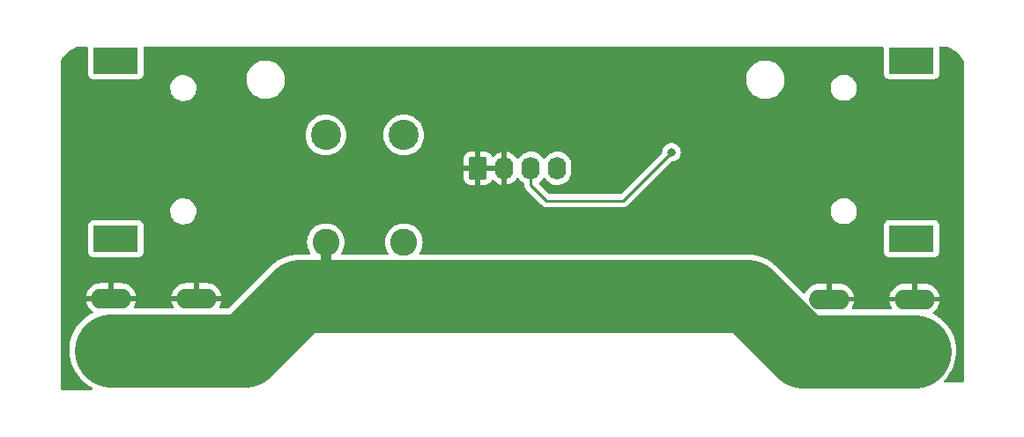
<source format=gbl>
G04 #@! TF.GenerationSoftware,KiCad,Pcbnew,7.0.9*
G04 #@! TF.CreationDate,2024-08-07T11:51:21-05:00*
G04 #@! TF.ProjectId,led_segment,6c65645f-7365-4676-9d65-6e742e6b6963,rev?*
G04 #@! TF.SameCoordinates,Original*
G04 #@! TF.FileFunction,Copper,L2,Bot*
G04 #@! TF.FilePolarity,Positive*
%FSLAX46Y46*%
G04 Gerber Fmt 4.6, Leading zero omitted, Abs format (unit mm)*
G04 Created by KiCad (PCBNEW 7.0.9) date 2024-08-07 11:51:21*
%MOMM*%
%LPD*%
G01*
G04 APERTURE LIST*
G04 Aperture macros list*
%AMRoundRect*
0 Rectangle with rounded corners*
0 $1 Rounding radius*
0 $2 $3 $4 $5 $6 $7 $8 $9 X,Y pos of 4 corners*
0 Add a 4 corners polygon primitive as box body*
4,1,4,$2,$3,$4,$5,$6,$7,$8,$9,$2,$3,0*
0 Add four circle primitives for the rounded corners*
1,1,$1+$1,$2,$3*
1,1,$1+$1,$4,$5*
1,1,$1+$1,$6,$7*
1,1,$1+$1,$8,$9*
0 Add four rect primitives between the rounded corners*
20,1,$1+$1,$2,$3,$4,$5,0*
20,1,$1+$1,$4,$5,$6,$7,0*
20,1,$1+$1,$6,$7,$8,$9,0*
20,1,$1+$1,$8,$9,$2,$3,0*%
G04 Aperture macros list end*
G04 #@! TA.AperFunction,ComponentPad*
%ADD10R,4.300000X2.550000*%
G04 #@! TD*
G04 #@! TA.AperFunction,ComponentPad*
%ADD11C,2.600000*%
G04 #@! TD*
G04 #@! TA.AperFunction,ComponentPad*
%ADD12C,2.900000*%
G04 #@! TD*
G04 #@! TA.AperFunction,ComponentPad*
%ADD13O,3.860800X1.930400*%
G04 #@! TD*
G04 #@! TA.AperFunction,ComponentPad*
%ADD14RoundRect,0.250000X-0.620000X-0.845000X0.620000X-0.845000X0.620000X0.845000X-0.620000X0.845000X0*%
G04 #@! TD*
G04 #@! TA.AperFunction,ComponentPad*
%ADD15O,1.740000X2.190000*%
G04 #@! TD*
G04 #@! TA.AperFunction,ViaPad*
%ADD16C,0.800000*%
G04 #@! TD*
G04 #@! TA.AperFunction,Conductor*
%ADD17C,0.250000*%
G04 #@! TD*
G04 #@! TA.AperFunction,Conductor*
%ADD18C,7.000000*%
G04 #@! TD*
G04 #@! TA.AperFunction,Conductor*
%ADD19C,1.000000*%
G04 #@! TD*
G04 APERTURE END LIST*
D10*
X224790000Y-138532000D03*
X224790000Y-121412000D03*
X148336000Y-121426000D03*
X148336000Y-138546000D03*
D11*
X176024000Y-138881000D03*
D12*
X176024000Y-128581000D03*
D11*
X168524000Y-138881000D03*
D12*
X168524000Y-128581000D03*
D13*
X156090000Y-149276000D03*
X147890000Y-149276000D03*
X156090000Y-144276000D03*
X147890000Y-144276000D03*
X216882000Y-144349984D03*
X225082000Y-144349984D03*
X216882000Y-149349984D03*
X225082000Y-149349984D03*
D14*
X183134000Y-131776500D03*
D15*
X185674000Y-131776500D03*
X188214000Y-131776500D03*
X190754000Y-131776500D03*
D16*
X204526000Y-137742000D03*
X201738000Y-130240000D03*
D17*
X188214000Y-133350000D02*
X188214000Y-131776500D01*
X189738000Y-134874000D02*
X188214000Y-133350000D01*
X197104000Y-134874000D02*
X189738000Y-134874000D01*
X201738000Y-130240000D02*
X197104000Y-134874000D01*
D18*
X216882000Y-149349984D02*
X225082000Y-149349984D01*
D19*
X168524000Y-141536957D02*
X165993957Y-144067000D01*
D18*
X160784957Y-149276000D02*
X165993957Y-144067000D01*
X209036227Y-144067000D02*
X214319211Y-149349984D01*
X147890000Y-149276000D02*
X156090000Y-149276000D01*
X214319211Y-149349984D02*
X216882000Y-149349984D01*
X165993957Y-144067000D02*
X209036227Y-144067000D01*
D19*
X168524000Y-138881000D02*
X168524000Y-141536957D01*
D18*
X156090000Y-149276000D02*
X160784957Y-149276000D01*
G04 #@! TA.AperFunction,Conductor*
G36*
X185094315Y-131621174D02*
G01*
X185073866Y-131776500D01*
X185094315Y-131931826D01*
X185133530Y-132026500D01*
X183674470Y-132026500D01*
X183713685Y-131931826D01*
X183734134Y-131776500D01*
X183713685Y-131621174D01*
X183674470Y-131526500D01*
X185133530Y-131526500D01*
X185094315Y-131621174D01*
G37*
G04 #@! TD.AperFunction*
G04 #@! TA.AperFunction,Conductor*
G36*
X145628539Y-120099685D02*
G01*
X145674294Y-120152489D01*
X145685500Y-120204000D01*
X145685500Y-122748870D01*
X145685501Y-122748876D01*
X145691908Y-122808483D01*
X145742202Y-122943328D01*
X145742206Y-122943335D01*
X145828452Y-123058544D01*
X145828455Y-123058547D01*
X145943664Y-123144793D01*
X145943671Y-123144797D01*
X146078517Y-123195091D01*
X146078516Y-123195091D01*
X146085444Y-123195835D01*
X146138127Y-123201500D01*
X150533872Y-123201499D01*
X150593483Y-123195091D01*
X150728331Y-123144796D01*
X150843546Y-123058546D01*
X150929796Y-122943331D01*
X150980091Y-122808483D01*
X150986500Y-122748873D01*
X150986499Y-120203999D01*
X151006184Y-120136961D01*
X151058987Y-120091206D01*
X151110499Y-120080000D01*
X222015500Y-120080000D01*
X222082539Y-120099685D01*
X222128294Y-120152489D01*
X222139500Y-120204000D01*
X222139500Y-122734870D01*
X222139501Y-122734876D01*
X222145908Y-122794483D01*
X222196202Y-122929328D01*
X222196206Y-122929335D01*
X222282452Y-123044544D01*
X222282455Y-123044547D01*
X222397664Y-123130793D01*
X222397671Y-123130797D01*
X222532517Y-123181091D01*
X222532516Y-123181091D01*
X222539444Y-123181835D01*
X222592127Y-123187500D01*
X226987872Y-123187499D01*
X227047483Y-123181091D01*
X227182331Y-123130796D01*
X227297546Y-123044546D01*
X227383796Y-122929331D01*
X227434091Y-122794483D01*
X227440500Y-122734873D01*
X227440499Y-120203999D01*
X227460184Y-120136961D01*
X227512987Y-120091206D01*
X227564499Y-120080000D01*
X228080341Y-120080000D01*
X228117224Y-120085613D01*
X228258465Y-120129625D01*
X228263696Y-120131520D01*
X228414376Y-120193933D01*
X228570988Y-120264419D01*
X228575535Y-120266694D01*
X228719746Y-120346397D01*
X228865779Y-120434676D01*
X228869517Y-120437128D01*
X229003564Y-120532239D01*
X229005923Y-120533999D01*
X229138742Y-120638055D01*
X229141792Y-120640607D01*
X229264588Y-120750345D01*
X229267097Y-120752716D01*
X229386281Y-120871900D01*
X229388653Y-120874410D01*
X229498387Y-120997202D01*
X229500943Y-121000256D01*
X229605007Y-121133085D01*
X229606766Y-121135444D01*
X229701841Y-121269439D01*
X229704336Y-121273243D01*
X229787116Y-121410176D01*
X229805000Y-121474327D01*
X229805000Y-152215084D01*
X229785315Y-152282123D01*
X229732511Y-152327878D01*
X229682089Y-152339079D01*
X228042853Y-152353479D01*
X227975643Y-152334384D01*
X227929426Y-152281984D01*
X227918876Y-152212916D01*
X227947341Y-152149108D01*
X227948791Y-152147435D01*
X227949386Y-152146760D01*
X227949390Y-152146757D01*
X228213610Y-151847359D01*
X228446706Y-151523142D01*
X228646363Y-151177326D01*
X228810595Y-150813350D01*
X228937771Y-150434830D01*
X229026627Y-150045528D01*
X229076279Y-149649314D01*
X229080383Y-149484763D01*
X229086234Y-149250140D01*
X229086234Y-149250125D01*
X229073483Y-149079975D01*
X229056393Y-148851928D01*
X228987053Y-148458681D01*
X228878903Y-148074292D01*
X228876237Y-148067500D01*
X228733023Y-147702594D01*
X228733018Y-147702582D01*
X228550847Y-147347245D01*
X228334201Y-147011811D01*
X228085233Y-146699615D01*
X227806418Y-146413760D01*
X227500526Y-146157086D01*
X227170598Y-145932145D01*
X227170597Y-145932144D01*
X226880382Y-145774102D01*
X226830920Y-145724752D01*
X226815991Y-145656496D01*
X226840334Y-145591004D01*
X226871864Y-145561393D01*
X226950230Y-145510194D01*
X226950237Y-145510189D01*
X227128873Y-145345741D01*
X227128882Y-145345731D01*
X227278018Y-145154122D01*
X227278024Y-145154113D01*
X227393586Y-144940571D01*
X227393592Y-144940557D01*
X227472434Y-144710903D01*
X227490943Y-144599984D01*
X225682728Y-144599984D01*
X225705100Y-144552441D01*
X225735873Y-144391122D01*
X225725561Y-144227218D01*
X225684220Y-144099984D01*
X227490942Y-144099984D01*
X227490942Y-144099983D01*
X227472434Y-143989064D01*
X227393592Y-143759410D01*
X227393586Y-143759396D01*
X227278024Y-143545854D01*
X227278018Y-143545845D01*
X227128882Y-143354236D01*
X227128873Y-143354226D01*
X226950237Y-143189778D01*
X226950226Y-143189770D01*
X226746949Y-143056962D01*
X226524577Y-142959422D01*
X226524578Y-142959422D01*
X226289194Y-142899814D01*
X226289183Y-142899812D01*
X226107804Y-142884784D01*
X225332000Y-142884784D01*
X225332000Y-143745673D01*
X225323183Y-143740826D01*
X225164114Y-143699984D01*
X225041106Y-143699984D01*
X224919067Y-143715401D01*
X224832000Y-143749873D01*
X224832000Y-142884784D01*
X224056196Y-142884784D01*
X223874816Y-142899812D01*
X223874805Y-142899814D01*
X223639421Y-142959422D01*
X223417050Y-143056962D01*
X223213773Y-143189770D01*
X223213762Y-143189778D01*
X223035126Y-143354226D01*
X223035117Y-143354236D01*
X222885981Y-143545845D01*
X222885975Y-143545854D01*
X222770413Y-143759396D01*
X222770407Y-143759410D01*
X222691565Y-143989064D01*
X222673057Y-144099983D01*
X222673058Y-144099984D01*
X224481272Y-144099984D01*
X224458900Y-144147527D01*
X224428127Y-144308846D01*
X224438439Y-144472750D01*
X224479780Y-144599984D01*
X222673057Y-144599984D01*
X222691565Y-144710903D01*
X222770407Y-144940557D01*
X222770413Y-144940571D01*
X222885975Y-145154113D01*
X222888290Y-145157655D01*
X222908482Y-145224543D01*
X222889307Y-145291730D01*
X222836852Y-145337884D01*
X222784486Y-145349484D01*
X219179514Y-145349484D01*
X219112475Y-145329799D01*
X219066720Y-145276995D01*
X219056776Y-145207837D01*
X219075710Y-145157655D01*
X219078024Y-145154113D01*
X219193586Y-144940571D01*
X219193592Y-144940557D01*
X219272434Y-144710903D01*
X219290943Y-144599984D01*
X217482728Y-144599984D01*
X217505100Y-144552441D01*
X217535873Y-144391122D01*
X217525561Y-144227218D01*
X217484220Y-144099984D01*
X219290942Y-144099984D01*
X219290942Y-144099983D01*
X219272434Y-143989064D01*
X219193592Y-143759410D01*
X219193586Y-143759396D01*
X219078024Y-143545854D01*
X219078018Y-143545845D01*
X218928882Y-143354236D01*
X218928873Y-143354226D01*
X218750237Y-143189778D01*
X218750226Y-143189770D01*
X218546949Y-143056962D01*
X218324577Y-142959422D01*
X218324578Y-142959422D01*
X218089194Y-142899814D01*
X218089183Y-142899812D01*
X217907804Y-142884784D01*
X217132000Y-142884784D01*
X217132000Y-143745673D01*
X217123183Y-143740826D01*
X216964114Y-143699984D01*
X216841106Y-143699984D01*
X216719067Y-143715401D01*
X216632000Y-143749873D01*
X216632000Y-142884784D01*
X215856196Y-142884784D01*
X215674816Y-142899812D01*
X215674805Y-142899814D01*
X215439421Y-142959422D01*
X215217050Y-143056962D01*
X215013773Y-143189770D01*
X215013762Y-143189778D01*
X214835126Y-143354226D01*
X214835117Y-143354236D01*
X214685981Y-143545845D01*
X214685975Y-143545854D01*
X214584870Y-143732682D01*
X214535651Y-143782273D01*
X214467434Y-143797381D01*
X214401878Y-143773211D01*
X214388138Y-143761349D01*
X211882665Y-141255877D01*
X211760645Y-141130776D01*
X211760644Y-141130775D01*
X211760642Y-141130773D01*
X211760634Y-141130766D01*
X211665002Y-141050522D01*
X211572449Y-140966768D01*
X211513716Y-140923420D01*
X211510681Y-140921030D01*
X211454750Y-140874099D01*
X211351589Y-140803765D01*
X211251172Y-140729655D01*
X211251170Y-140729653D01*
X211251161Y-140729647D01*
X211188387Y-140692353D01*
X211185152Y-140690291D01*
X211124825Y-140649161D01*
X211124822Y-140649159D01*
X211124820Y-140649158D01*
X211015186Y-140589455D01*
X210907866Y-140525696D01*
X210907867Y-140525696D01*
X210841698Y-140494841D01*
X210838248Y-140493100D01*
X210774139Y-140458188D01*
X210774132Y-140458185D01*
X210774128Y-140458183D01*
X210659109Y-140409699D01*
X210545965Y-140356939D01*
X210545961Y-140356937D01*
X210545955Y-140356935D01*
X210545948Y-140356932D01*
X210477054Y-140332825D01*
X210473464Y-140331442D01*
X210434674Y-140315091D01*
X210406188Y-140303083D01*
X210406184Y-140303082D01*
X210406185Y-140303082D01*
X210406182Y-140303081D01*
X210286878Y-140266280D01*
X210169056Y-140225053D01*
X210169055Y-140225052D01*
X210169050Y-140225051D01*
X210098096Y-140207922D01*
X210094371Y-140206899D01*
X210058706Y-140195898D01*
X210024609Y-140185381D01*
X210024602Y-140185379D01*
X210024597Y-140185378D01*
X210024587Y-140185375D01*
X209902245Y-140160644D01*
X209780888Y-140131349D01*
X209708560Y-140121368D01*
X209704750Y-140120720D01*
X209662569Y-140112193D01*
X209633213Y-140106259D01*
X209633210Y-140106258D01*
X209633207Y-140106258D01*
X209509001Y-140093829D01*
X209385323Y-140076762D01*
X209312382Y-140074033D01*
X209308527Y-140073768D01*
X209235885Y-140066500D01*
X209235884Y-140066500D01*
X209111047Y-140066500D01*
X208986293Y-140061831D01*
X208940382Y-140064697D01*
X208913417Y-140066380D01*
X208909573Y-140066500D01*
X177633364Y-140066500D01*
X177566325Y-140046815D01*
X177520570Y-139994011D01*
X177510626Y-139924853D01*
X177525977Y-139880500D01*
X177532684Y-139868883D01*
X177540774Y-139854870D01*
X222139500Y-139854870D01*
X222139501Y-139854876D01*
X222145908Y-139914483D01*
X222196202Y-140049328D01*
X222196206Y-140049335D01*
X222282452Y-140164544D01*
X222282455Y-140164547D01*
X222397664Y-140250793D01*
X222397671Y-140250797D01*
X222532517Y-140301091D01*
X222532516Y-140301091D01*
X222539444Y-140301835D01*
X222592127Y-140307500D01*
X226987872Y-140307499D01*
X227047483Y-140301091D01*
X227182331Y-140250796D01*
X227297546Y-140164546D01*
X227383796Y-140049331D01*
X227434091Y-139914483D01*
X227440500Y-139854873D01*
X227440499Y-137209128D01*
X227434091Y-137149517D01*
X227433338Y-137147499D01*
X227383797Y-137014671D01*
X227383793Y-137014664D01*
X227297547Y-136899455D01*
X227297544Y-136899452D01*
X227182335Y-136813206D01*
X227182328Y-136813202D01*
X227047482Y-136762908D01*
X227047483Y-136762908D01*
X226987883Y-136756501D01*
X226987881Y-136756500D01*
X226987873Y-136756500D01*
X226987864Y-136756500D01*
X222592129Y-136756500D01*
X222592123Y-136756501D01*
X222532516Y-136762908D01*
X222397671Y-136813202D01*
X222397664Y-136813206D01*
X222282455Y-136899452D01*
X222282452Y-136899455D01*
X222196206Y-137014664D01*
X222196202Y-137014671D01*
X222145908Y-137149517D01*
X222140453Y-137200262D01*
X222139501Y-137209123D01*
X222139500Y-137209135D01*
X222139500Y-139854870D01*
X177540774Y-139854870D01*
X177650743Y-139664398D01*
X177749334Y-139413195D01*
X177809383Y-139150103D01*
X177829549Y-138881000D01*
X177809383Y-138611897D01*
X177749334Y-138348805D01*
X177650743Y-138097602D01*
X177515815Y-137863898D01*
X177347561Y-137652915D01*
X177347560Y-137652914D01*
X177347557Y-137652910D01*
X177149741Y-137469365D01*
X176926775Y-137317349D01*
X176926769Y-137317346D01*
X176926768Y-137317345D01*
X176926767Y-137317344D01*
X176683643Y-137200263D01*
X176683645Y-137200263D01*
X176425773Y-137120720D01*
X176425767Y-137120718D01*
X176158936Y-137080500D01*
X176158929Y-137080500D01*
X175889071Y-137080500D01*
X175889063Y-137080500D01*
X175622232Y-137120718D01*
X175622226Y-137120720D01*
X175364358Y-137200262D01*
X175121230Y-137317346D01*
X174898258Y-137469365D01*
X174700442Y-137652910D01*
X174532185Y-137863898D01*
X174397258Y-138097599D01*
X174397256Y-138097603D01*
X174298666Y-138348804D01*
X174298664Y-138348811D01*
X174238616Y-138611898D01*
X174218451Y-138880995D01*
X174218451Y-138881004D01*
X174238616Y-139150101D01*
X174298664Y-139413188D01*
X174298666Y-139413195D01*
X174397257Y-139664398D01*
X174515311Y-139868876D01*
X174522023Y-139880500D01*
X174538496Y-139948400D01*
X174515643Y-140014427D01*
X174460722Y-140057618D01*
X174414636Y-140066500D01*
X170133364Y-140066500D01*
X170066325Y-140046815D01*
X170020570Y-139994011D01*
X170010626Y-139924853D01*
X170025977Y-139880500D01*
X170032684Y-139868883D01*
X170150743Y-139664398D01*
X170249334Y-139413195D01*
X170309383Y-139150103D01*
X170329549Y-138881000D01*
X170309383Y-138611897D01*
X170249334Y-138348805D01*
X170150743Y-138097602D01*
X170015815Y-137863898D01*
X169847561Y-137652915D01*
X169847560Y-137652914D01*
X169847557Y-137652910D01*
X169649741Y-137469365D01*
X169426775Y-137317349D01*
X169426769Y-137317346D01*
X169426768Y-137317345D01*
X169426767Y-137317344D01*
X169183643Y-137200263D01*
X169183645Y-137200263D01*
X168925773Y-137120720D01*
X168925767Y-137120718D01*
X168658936Y-137080500D01*
X168658929Y-137080500D01*
X168389071Y-137080500D01*
X168389063Y-137080500D01*
X168122232Y-137120718D01*
X168122226Y-137120720D01*
X167864358Y-137200262D01*
X167621230Y-137317346D01*
X167398258Y-137469365D01*
X167200442Y-137652910D01*
X167032185Y-137863898D01*
X166897258Y-138097599D01*
X166897256Y-138097603D01*
X166798666Y-138348804D01*
X166798664Y-138348811D01*
X166738616Y-138611898D01*
X166718451Y-138880995D01*
X166718451Y-138881004D01*
X166738616Y-139150101D01*
X166798664Y-139413188D01*
X166798666Y-139413195D01*
X166897257Y-139664398D01*
X167015311Y-139868876D01*
X167022023Y-139880500D01*
X167038496Y-139948400D01*
X167015643Y-140014427D01*
X166960722Y-140057618D01*
X166914636Y-140066500D01*
X166018883Y-140066500D01*
X165844186Y-140064321D01*
X165719820Y-140075202D01*
X165595137Y-140081424D01*
X165522960Y-140092303D01*
X165519124Y-140092760D01*
X165446396Y-140099123D01*
X165323711Y-140122336D01*
X165200283Y-140140940D01*
X165129551Y-140158951D01*
X165125776Y-140159787D01*
X165054041Y-140173361D01*
X165013275Y-140185381D01*
X164934296Y-140208668D01*
X164813321Y-140239472D01*
X164813312Y-140239475D01*
X164744714Y-140264443D01*
X164741044Y-140265651D01*
X164671043Y-140286291D01*
X164671029Y-140286296D01*
X164555417Y-140333341D01*
X164438089Y-140376045D01*
X164372310Y-140407722D01*
X164368779Y-140409289D01*
X164301178Y-140436798D01*
X164301174Y-140436800D01*
X164190796Y-140495136D01*
X164078312Y-140549306D01*
X164016026Y-140587367D01*
X164012669Y-140589278D01*
X163948131Y-140623388D01*
X163948120Y-140623395D01*
X163844118Y-140692419D01*
X163737591Y-140757517D01*
X163679392Y-140801600D01*
X163676241Y-140803836D01*
X163615418Y-140844204D01*
X163518806Y-140923240D01*
X163419294Y-140998617D01*
X163419273Y-140998635D01*
X163365767Y-141048282D01*
X163362854Y-141050820D01*
X163306366Y-141097031D01*
X163306359Y-141097037D01*
X163218086Y-141185309D01*
X163126567Y-141270226D01*
X163126563Y-141270230D01*
X163078254Y-141324970D01*
X163075608Y-141327786D01*
X159164215Y-145239181D01*
X159102892Y-145272666D01*
X159076534Y-145275500D01*
X158387514Y-145275500D01*
X158320475Y-145255815D01*
X158274720Y-145203011D01*
X158264776Y-145133853D01*
X158283710Y-145083671D01*
X158286024Y-145080129D01*
X158401586Y-144866587D01*
X158401592Y-144866573D01*
X158480434Y-144636919D01*
X158498943Y-144526000D01*
X156690728Y-144526000D01*
X156713100Y-144478457D01*
X156743873Y-144317138D01*
X156733561Y-144153234D01*
X156692220Y-144026000D01*
X158498942Y-144026000D01*
X158498942Y-144025999D01*
X158480434Y-143915080D01*
X158401592Y-143685426D01*
X158401586Y-143685412D01*
X158286024Y-143471870D01*
X158286018Y-143471861D01*
X158136882Y-143280252D01*
X158136873Y-143280242D01*
X157958237Y-143115794D01*
X157958226Y-143115786D01*
X157754949Y-142982978D01*
X157532577Y-142885438D01*
X157532578Y-142885438D01*
X157297194Y-142825830D01*
X157297183Y-142825828D01*
X157115804Y-142810800D01*
X156340000Y-142810800D01*
X156340000Y-143671689D01*
X156331183Y-143666842D01*
X156172114Y-143626000D01*
X156049106Y-143626000D01*
X155927067Y-143641417D01*
X155840000Y-143675889D01*
X155840000Y-142810800D01*
X155064196Y-142810800D01*
X154882816Y-142825828D01*
X154882805Y-142825830D01*
X154647421Y-142885438D01*
X154425050Y-142982978D01*
X154221773Y-143115786D01*
X154221762Y-143115794D01*
X154043126Y-143280242D01*
X154043117Y-143280252D01*
X153893981Y-143471861D01*
X153893975Y-143471870D01*
X153778413Y-143685412D01*
X153778407Y-143685426D01*
X153699565Y-143915080D01*
X153681057Y-144025999D01*
X153681058Y-144026000D01*
X155489272Y-144026000D01*
X155466900Y-144073543D01*
X155436127Y-144234862D01*
X155446439Y-144398766D01*
X155487780Y-144526000D01*
X153681057Y-144526000D01*
X153699565Y-144636919D01*
X153778407Y-144866573D01*
X153778413Y-144866587D01*
X153893975Y-145080129D01*
X153896290Y-145083671D01*
X153916482Y-145150559D01*
X153897307Y-145217746D01*
X153844852Y-145263900D01*
X153792486Y-145275500D01*
X150187514Y-145275500D01*
X150120475Y-145255815D01*
X150074720Y-145203011D01*
X150064776Y-145133853D01*
X150083710Y-145083671D01*
X150086024Y-145080129D01*
X150201586Y-144866587D01*
X150201592Y-144866573D01*
X150280434Y-144636919D01*
X150298943Y-144526000D01*
X148490728Y-144526000D01*
X148513100Y-144478457D01*
X148543873Y-144317138D01*
X148533561Y-144153234D01*
X148492220Y-144026000D01*
X150298942Y-144026000D01*
X150298942Y-144025999D01*
X150280434Y-143915080D01*
X150201592Y-143685426D01*
X150201586Y-143685412D01*
X150086024Y-143471870D01*
X150086018Y-143471861D01*
X149936882Y-143280252D01*
X149936873Y-143280242D01*
X149758237Y-143115794D01*
X149758226Y-143115786D01*
X149554949Y-142982978D01*
X149332577Y-142885438D01*
X149332578Y-142885438D01*
X149097194Y-142825830D01*
X149097183Y-142825828D01*
X148915804Y-142810800D01*
X148140000Y-142810800D01*
X148140000Y-143671689D01*
X148131183Y-143666842D01*
X147972114Y-143626000D01*
X147849106Y-143626000D01*
X147727067Y-143641417D01*
X147640000Y-143675889D01*
X147640000Y-142810800D01*
X146864196Y-142810800D01*
X146682816Y-142825828D01*
X146682805Y-142825830D01*
X146447421Y-142885438D01*
X146225050Y-142982978D01*
X146021773Y-143115786D01*
X146021762Y-143115794D01*
X145843126Y-143280242D01*
X145843117Y-143280252D01*
X145693981Y-143471861D01*
X145693975Y-143471870D01*
X145578413Y-143685412D01*
X145578407Y-143685426D01*
X145499565Y-143915080D01*
X145481057Y-144025999D01*
X145481058Y-144026000D01*
X147289272Y-144026000D01*
X147266900Y-144073543D01*
X147236127Y-144234862D01*
X147246439Y-144398766D01*
X147287780Y-144526000D01*
X145481057Y-144526000D01*
X145499565Y-144636919D01*
X145578407Y-144866573D01*
X145578413Y-144866587D01*
X145693975Y-145080129D01*
X145693981Y-145080138D01*
X145843117Y-145271747D01*
X145843126Y-145271757D01*
X146021762Y-145436205D01*
X146021765Y-145436206D01*
X146101498Y-145488299D01*
X146146854Y-145541446D01*
X146156278Y-145610677D01*
X146126776Y-145674013D01*
X146087479Y-145703828D01*
X145974355Y-145758306D01*
X145633637Y-145966514D01*
X145633626Y-145966522D01*
X145315337Y-146207617D01*
X145315326Y-146207626D01*
X145022604Y-146479232D01*
X144758386Y-146778629D01*
X144525299Y-147102835D01*
X144525286Y-147102855D01*
X144325638Y-147448655D01*
X144161404Y-147812634D01*
X144034229Y-148191151D01*
X144034228Y-148191155D01*
X143945373Y-148580452D01*
X143895720Y-148976676D01*
X143885765Y-149375843D01*
X143885765Y-149375854D01*
X143915606Y-149774049D01*
X143915608Y-149774063D01*
X143984947Y-150167305D01*
X144093094Y-150551684D01*
X144093098Y-150551697D01*
X144238976Y-150923389D01*
X144238981Y-150923401D01*
X144415391Y-151267500D01*
X144421153Y-151278739D01*
X144637799Y-151614173D01*
X144886767Y-151926369D01*
X145165582Y-152212224D01*
X145471474Y-152468898D01*
X145801402Y-152693839D01*
X146071985Y-152841190D01*
X146121447Y-152890540D01*
X146136376Y-152958796D01*
X146112033Y-153024288D01*
X146056147Y-153066222D01*
X146013771Y-153074085D01*
X143264996Y-153098232D01*
X143197786Y-153079137D01*
X143157790Y-153038387D01*
X143149267Y-153024288D01*
X143081882Y-152912820D01*
X143064000Y-152848672D01*
X143064000Y-139868870D01*
X145685500Y-139868870D01*
X145685501Y-139868876D01*
X145691908Y-139928483D01*
X145742202Y-140063328D01*
X145742206Y-140063335D01*
X145828452Y-140178544D01*
X145828455Y-140178547D01*
X145943664Y-140264793D01*
X145943671Y-140264797D01*
X146078517Y-140315091D01*
X146078516Y-140315091D01*
X146085444Y-140315835D01*
X146138127Y-140321500D01*
X150533872Y-140321499D01*
X150593483Y-140315091D01*
X150728331Y-140264796D01*
X150843546Y-140178546D01*
X150929796Y-140063331D01*
X150980091Y-139928483D01*
X150986500Y-139868873D01*
X150986499Y-137223128D01*
X150980091Y-137163517D01*
X150979338Y-137161499D01*
X150929797Y-137028671D01*
X150929793Y-137028664D01*
X150843547Y-136913455D01*
X150843544Y-136913452D01*
X150728335Y-136827206D01*
X150728328Y-136827202D01*
X150593482Y-136776908D01*
X150593483Y-136776908D01*
X150533883Y-136770501D01*
X150533881Y-136770500D01*
X150533873Y-136770500D01*
X150533864Y-136770500D01*
X146138129Y-136770500D01*
X146138123Y-136770501D01*
X146078516Y-136776908D01*
X145943671Y-136827202D01*
X145943664Y-136827206D01*
X145828455Y-136913452D01*
X145828452Y-136913455D01*
X145742206Y-137028664D01*
X145742202Y-137028671D01*
X145691908Y-137163517D01*
X145687005Y-137209127D01*
X145685501Y-137223123D01*
X145685500Y-137223135D01*
X145685500Y-139868870D01*
X143064000Y-139868870D01*
X143064000Y-135967330D01*
X153581710Y-135967330D01*
X153611925Y-136190387D01*
X153611926Y-136190390D01*
X153681483Y-136404465D01*
X153788146Y-136602678D01*
X153788148Y-136602681D01*
X153928489Y-136778663D01*
X153928491Y-136778664D01*
X153928492Y-136778666D01*
X154098004Y-136926765D01*
X154291236Y-137042215D01*
X154500407Y-137120718D01*
X154501976Y-137121307D01*
X154723450Y-137161500D01*
X154723453Y-137161500D01*
X154892148Y-137161500D01*
X154892155Y-137161500D01*
X155060188Y-137146377D01*
X155060192Y-137146376D01*
X155277160Y-137086496D01*
X155277162Y-137086495D01*
X155277170Y-137086493D01*
X155479973Y-136988829D01*
X155662078Y-136856522D01*
X155817632Y-136693825D01*
X155941635Y-136505968D01*
X156030103Y-136298988D01*
X156080191Y-136079537D01*
X156085859Y-135953330D01*
X217035710Y-135953330D01*
X217065925Y-136176387D01*
X217065926Y-136176390D01*
X217135483Y-136390465D01*
X217242146Y-136588678D01*
X217242148Y-136588681D01*
X217382489Y-136764663D01*
X217382491Y-136764664D01*
X217382492Y-136764666D01*
X217552004Y-136912765D01*
X217745236Y-137028215D01*
X217955976Y-137107307D01*
X218177450Y-137147500D01*
X218177453Y-137147500D01*
X218346148Y-137147500D01*
X218346155Y-137147500D01*
X218514188Y-137132377D01*
X218556433Y-137120718D01*
X218731160Y-137072496D01*
X218731162Y-137072495D01*
X218731170Y-137072493D01*
X218933973Y-136974829D01*
X219116078Y-136842522D01*
X219271632Y-136679825D01*
X219395635Y-136491968D01*
X219484103Y-136284988D01*
X219534191Y-136065537D01*
X219544290Y-135840670D01*
X219514075Y-135617613D01*
X219444517Y-135403536D01*
X219440401Y-135395888D01*
X219337853Y-135205321D01*
X219337851Y-135205318D01*
X219197510Y-135029336D01*
X219124419Y-134965478D01*
X219027996Y-134881235D01*
X218834764Y-134765785D01*
X218716775Y-134721503D01*
X218624023Y-134686692D01*
X218402550Y-134646500D01*
X218402547Y-134646500D01*
X218233845Y-134646500D01*
X218195399Y-134649960D01*
X218065813Y-134661622D01*
X218065807Y-134661623D01*
X217848839Y-134721503D01*
X217848826Y-134721508D01*
X217646033Y-134819167D01*
X217646025Y-134819171D01*
X217463927Y-134951473D01*
X217463925Y-134951474D01*
X217308366Y-135114176D01*
X217184363Y-135302033D01*
X217095899Y-135509004D01*
X217095895Y-135509017D01*
X217045810Y-135728457D01*
X217045808Y-135728468D01*
X217035710Y-135953325D01*
X217035710Y-135953330D01*
X156085859Y-135953330D01*
X156090290Y-135854670D01*
X156060075Y-135631613D01*
X155990517Y-135417536D01*
X155883852Y-135219319D01*
X155743508Y-135043334D01*
X155573996Y-134895235D01*
X155380764Y-134779785D01*
X155262775Y-134735503D01*
X155170023Y-134700692D01*
X154948550Y-134660500D01*
X154948547Y-134660500D01*
X154779845Y-134660500D01*
X154741399Y-134663960D01*
X154611813Y-134675622D01*
X154611807Y-134675623D01*
X154394839Y-134735503D01*
X154394826Y-134735508D01*
X154192033Y-134833167D01*
X154192025Y-134833171D01*
X154009927Y-134965473D01*
X154009925Y-134965474D01*
X153854366Y-135128176D01*
X153730363Y-135316033D01*
X153641899Y-135523004D01*
X153641895Y-135523017D01*
X153591810Y-135742457D01*
X153591808Y-135742468D01*
X153581710Y-135967325D01*
X153581710Y-135967330D01*
X143064000Y-135967330D01*
X143064000Y-131526500D01*
X181764000Y-131526500D01*
X182593530Y-131526500D01*
X182554315Y-131621174D01*
X182533866Y-131776500D01*
X182554315Y-131931826D01*
X182593530Y-132026500D01*
X181764001Y-132026500D01*
X181764001Y-132671486D01*
X181774494Y-132774197D01*
X181829641Y-132940619D01*
X181829643Y-132940624D01*
X181921684Y-133089845D01*
X182045654Y-133213815D01*
X182194875Y-133305856D01*
X182194880Y-133305858D01*
X182361302Y-133361005D01*
X182361309Y-133361006D01*
X182464019Y-133371499D01*
X182883999Y-133371499D01*
X182884000Y-133371498D01*
X182884000Y-132316969D01*
X182978674Y-132356185D01*
X183095003Y-132371500D01*
X183172997Y-132371500D01*
X183289326Y-132356185D01*
X183384000Y-132316969D01*
X183384000Y-133371499D01*
X183803972Y-133371499D01*
X183803986Y-133371498D01*
X183906697Y-133361005D01*
X184073119Y-133305858D01*
X184073124Y-133305856D01*
X184222345Y-133213815D01*
X184346315Y-133089845D01*
X184438355Y-132940625D01*
X184439724Y-132937690D01*
X184441200Y-132936013D01*
X184442149Y-132934475D01*
X184442411Y-132934637D01*
X184485894Y-132885249D01*
X184553087Y-132866094D01*
X184619969Y-132886307D01*
X184641632Y-132904290D01*
X184765603Y-133033639D01*
X184765604Y-133033640D01*
X184953097Y-133172310D01*
X185161338Y-133277303D01*
X185384330Y-133345593D01*
X185384328Y-133345593D01*
X185423999Y-133350673D01*
X185424000Y-133350673D01*
X185424000Y-132316969D01*
X185518674Y-132356185D01*
X185635003Y-132371500D01*
X185712997Y-132371500D01*
X185829326Y-132356185D01*
X185924000Y-132316969D01*
X185924000Y-133349074D01*
X186076618Y-133316183D01*
X186076619Y-133316183D01*
X186293005Y-133229232D01*
X186491592Y-133106958D01*
X186666656Y-132952882D01*
X186666660Y-132952878D01*
X186813157Y-132771445D01*
X186813164Y-132771434D01*
X186835789Y-132730935D01*
X186885668Y-132682008D01*
X186954081Y-132667815D01*
X187019307Y-132692862D01*
X187046778Y-132721971D01*
X187080403Y-132771720D01*
X187143847Y-132865588D01*
X187305272Y-133034016D01*
X187492839Y-133172740D01*
X187518268Y-133185560D01*
X187569266Y-133233318D01*
X187586381Y-133292388D01*
X187588500Y-133359814D01*
X187588500Y-133389343D01*
X187588501Y-133389360D01*
X187589368Y-133396231D01*
X187589826Y-133402050D01*
X187591290Y-133448624D01*
X187591291Y-133448627D01*
X187596880Y-133467867D01*
X187600824Y-133486911D01*
X187603336Y-133506791D01*
X187620490Y-133550119D01*
X187622382Y-133555647D01*
X187635381Y-133600388D01*
X187645580Y-133617634D01*
X187654138Y-133635103D01*
X187661514Y-133653732D01*
X187688898Y-133691423D01*
X187692106Y-133696307D01*
X187715827Y-133736416D01*
X187715833Y-133736424D01*
X187729990Y-133750580D01*
X187742628Y-133765376D01*
X187754405Y-133781586D01*
X187754406Y-133781587D01*
X187790309Y-133811288D01*
X187794620Y-133815210D01*
X188930882Y-134951473D01*
X189237197Y-135257788D01*
X189247022Y-135270051D01*
X189247243Y-135269869D01*
X189252214Y-135275878D01*
X189273043Y-135295437D01*
X189302635Y-135323226D01*
X189323529Y-135344120D01*
X189329011Y-135348373D01*
X189333443Y-135352157D01*
X189367418Y-135384062D01*
X189384976Y-135393714D01*
X189401235Y-135404395D01*
X189417064Y-135416673D01*
X189459838Y-135435182D01*
X189465056Y-135437738D01*
X189505908Y-135460197D01*
X189525316Y-135465180D01*
X189543717Y-135471480D01*
X189562104Y-135479437D01*
X189605488Y-135486308D01*
X189608119Y-135486725D01*
X189613839Y-135487909D01*
X189658981Y-135499500D01*
X189679016Y-135499500D01*
X189698414Y-135501026D01*
X189718194Y-135504159D01*
X189718195Y-135504160D01*
X189718195Y-135504159D01*
X189718196Y-135504160D01*
X189764584Y-135499775D01*
X189770422Y-135499500D01*
X197021257Y-135499500D01*
X197036877Y-135501224D01*
X197036904Y-135500939D01*
X197044660Y-135501671D01*
X197044667Y-135501673D01*
X197113814Y-135499500D01*
X197143350Y-135499500D01*
X197150228Y-135498630D01*
X197156041Y-135498172D01*
X197202627Y-135496709D01*
X197221869Y-135491117D01*
X197240912Y-135487174D01*
X197260792Y-135484664D01*
X197304122Y-135467507D01*
X197309646Y-135465617D01*
X197313396Y-135464527D01*
X197354390Y-135452618D01*
X197371629Y-135442422D01*
X197389103Y-135433862D01*
X197407727Y-135426488D01*
X197407727Y-135426487D01*
X197407732Y-135426486D01*
X197445449Y-135399082D01*
X197450305Y-135395892D01*
X197490420Y-135372170D01*
X197504589Y-135357999D01*
X197519379Y-135345368D01*
X197535587Y-135333594D01*
X197565299Y-135297676D01*
X197569212Y-135293376D01*
X201685771Y-131176819D01*
X201747094Y-131143334D01*
X201773452Y-131140500D01*
X201832644Y-131140500D01*
X201832646Y-131140500D01*
X202017803Y-131101144D01*
X202190730Y-131024151D01*
X202343871Y-130912888D01*
X202470533Y-130772216D01*
X202565179Y-130608284D01*
X202623674Y-130428256D01*
X202643460Y-130240000D01*
X202623674Y-130051744D01*
X202565179Y-129871716D01*
X202470533Y-129707784D01*
X202343871Y-129567112D01*
X202343870Y-129567111D01*
X202190734Y-129455851D01*
X202190729Y-129455848D01*
X202017807Y-129378857D01*
X202017802Y-129378855D01*
X201872001Y-129347865D01*
X201832646Y-129339500D01*
X201643354Y-129339500D01*
X201610897Y-129346398D01*
X201458197Y-129378855D01*
X201458192Y-129378857D01*
X201285270Y-129455848D01*
X201285265Y-129455851D01*
X201132129Y-129567111D01*
X201005466Y-129707785D01*
X200910821Y-129871715D01*
X200910818Y-129871722D01*
X200852327Y-130051740D01*
X200852326Y-130051744D01*
X200844405Y-130127105D01*
X200834678Y-130219651D01*
X200808093Y-130284266D01*
X200799038Y-130294370D01*
X196881228Y-134212181D01*
X196819905Y-134245666D01*
X196793547Y-134248500D01*
X190048453Y-134248500D01*
X189981414Y-134228815D01*
X189960772Y-134212181D01*
X189031763Y-133283172D01*
X188998278Y-133221849D01*
X189003262Y-133152157D01*
X189037520Y-133102408D01*
X189115228Y-133034016D01*
X189207018Y-132953231D01*
X189353578Y-132771720D01*
X189376103Y-132731399D01*
X189425982Y-132682472D01*
X189494395Y-132668279D01*
X189559621Y-132693326D01*
X189587092Y-132722435D01*
X189683847Y-132865588D01*
X189683849Y-132865590D01*
X189845272Y-133034016D01*
X189845273Y-133034017D01*
X190032834Y-133172737D01*
X190032836Y-133172738D01*
X190032839Y-133172740D01*
X190241153Y-133277770D01*
X190464220Y-133346083D01*
X190695624Y-133375716D01*
X190928707Y-133365814D01*
X191156765Y-133316664D01*
X191373235Y-133229679D01*
X191571891Y-133107362D01*
X191747018Y-132953231D01*
X191893578Y-132771720D01*
X192007354Y-132568052D01*
X192085073Y-132348084D01*
X192124500Y-132118147D01*
X192124500Y-131493284D01*
X192109670Y-131319047D01*
X192050885Y-131093281D01*
X191954792Y-130880698D01*
X191824153Y-130687412D01*
X191662728Y-130518984D01*
X191662727Y-130518983D01*
X191662726Y-130518982D01*
X191475165Y-130380262D01*
X191468122Y-130376711D01*
X191266847Y-130275230D01*
X191043780Y-130206917D01*
X191043778Y-130206916D01*
X191043776Y-130206916D01*
X190812370Y-130177283D01*
X190579299Y-130187185D01*
X190579290Y-130187186D01*
X190351233Y-130236336D01*
X190351230Y-130236337D01*
X190134768Y-130323319D01*
X189936110Y-130445637D01*
X189760980Y-130599770D01*
X189760977Y-130599773D01*
X189614426Y-130781273D01*
X189614421Y-130781279D01*
X189591895Y-130821603D01*
X189542014Y-130870529D01*
X189473601Y-130884720D01*
X189408375Y-130859671D01*
X189380907Y-130830564D01*
X189375181Y-130822092D01*
X189284153Y-130687412D01*
X189122728Y-130518984D01*
X189122727Y-130518983D01*
X189122726Y-130518982D01*
X188935165Y-130380262D01*
X188928122Y-130376711D01*
X188726847Y-130275230D01*
X188503780Y-130206917D01*
X188503778Y-130206916D01*
X188503776Y-130206916D01*
X188272370Y-130177283D01*
X188039299Y-130187185D01*
X188039290Y-130187186D01*
X187811233Y-130236336D01*
X187811230Y-130236337D01*
X187594768Y-130323319D01*
X187396110Y-130445637D01*
X187220980Y-130599770D01*
X187220977Y-130599773D01*
X187074426Y-130781273D01*
X187074422Y-130781279D01*
X187051622Y-130822092D01*
X187001741Y-130871017D01*
X186933328Y-130885209D01*
X186868103Y-130860160D01*
X186840633Y-130831052D01*
X186743763Y-130687727D01*
X186582396Y-130519360D01*
X186582395Y-130519359D01*
X186394902Y-130380689D01*
X186186661Y-130275696D01*
X185963675Y-130207407D01*
X185963669Y-130207406D01*
X185924000Y-130202325D01*
X185924000Y-131236030D01*
X185829326Y-131196815D01*
X185712997Y-131181500D01*
X185635003Y-131181500D01*
X185518674Y-131196815D01*
X185424000Y-131236030D01*
X185424000Y-130203924D01*
X185423999Y-130203924D01*
X185271380Y-130236816D01*
X185271379Y-130236816D01*
X185054994Y-130323767D01*
X184856407Y-130446041D01*
X184681343Y-130600117D01*
X184648549Y-130640732D01*
X184591117Y-130680525D01*
X184521290Y-130682950D01*
X184461236Y-130647239D01*
X184439690Y-130615235D01*
X184438358Y-130612380D01*
X184346315Y-130463154D01*
X184222345Y-130339184D01*
X184073124Y-130247143D01*
X184073119Y-130247141D01*
X183906697Y-130191994D01*
X183906690Y-130191993D01*
X183803986Y-130181500D01*
X183384000Y-130181500D01*
X183384000Y-131236030D01*
X183289326Y-131196815D01*
X183172997Y-131181500D01*
X183095003Y-131181500D01*
X182978674Y-131196815D01*
X182884000Y-131236030D01*
X182884000Y-130181500D01*
X182464028Y-130181500D01*
X182464012Y-130181501D01*
X182361302Y-130191994D01*
X182194880Y-130247141D01*
X182194875Y-130247143D01*
X182045654Y-130339184D01*
X181921684Y-130463154D01*
X181829643Y-130612375D01*
X181829641Y-130612380D01*
X181774494Y-130778802D01*
X181774493Y-130778809D01*
X181764000Y-130881513D01*
X181764000Y-131526500D01*
X143064000Y-131526500D01*
X143064000Y-128581001D01*
X166568518Y-128581001D01*
X166588422Y-128859299D01*
X166647727Y-129131916D01*
X166647729Y-129131923D01*
X166708266Y-129294230D01*
X166745231Y-129393338D01*
X166745233Y-129393342D01*
X166878940Y-129638207D01*
X166878945Y-129638215D01*
X167046138Y-129861560D01*
X167046154Y-129861578D01*
X167243421Y-130058845D01*
X167243439Y-130058861D01*
X167466784Y-130226054D01*
X167466792Y-130226059D01*
X167711657Y-130359766D01*
X167711661Y-130359768D01*
X167711663Y-130359769D01*
X167973077Y-130457271D01*
X168109391Y-130486924D01*
X168245700Y-130516577D01*
X168245702Y-130516577D01*
X168245706Y-130516578D01*
X168493014Y-130534265D01*
X168523999Y-130536482D01*
X168524000Y-130536482D01*
X168524001Y-130536482D01*
X168551881Y-130534487D01*
X168802294Y-130516578D01*
X169074923Y-130457271D01*
X169336337Y-130359769D01*
X169581213Y-130226056D01*
X169804568Y-130058855D01*
X170001855Y-129861568D01*
X170169056Y-129638213D01*
X170302769Y-129393337D01*
X170400271Y-129131923D01*
X170459578Y-128859294D01*
X170479482Y-128581001D01*
X174068518Y-128581001D01*
X174088422Y-128859299D01*
X174147727Y-129131916D01*
X174147729Y-129131923D01*
X174208266Y-129294230D01*
X174245231Y-129393338D01*
X174245233Y-129393342D01*
X174378940Y-129638207D01*
X174378945Y-129638215D01*
X174546138Y-129861560D01*
X174546154Y-129861578D01*
X174743421Y-130058845D01*
X174743439Y-130058861D01*
X174966784Y-130226054D01*
X174966792Y-130226059D01*
X175211657Y-130359766D01*
X175211661Y-130359768D01*
X175211663Y-130359769D01*
X175473077Y-130457271D01*
X175609391Y-130486924D01*
X175745700Y-130516577D01*
X175745702Y-130516577D01*
X175745706Y-130516578D01*
X175993014Y-130534265D01*
X176023999Y-130536482D01*
X176024000Y-130536482D01*
X176024001Y-130536482D01*
X176051881Y-130534487D01*
X176302294Y-130516578D01*
X176574923Y-130457271D01*
X176836337Y-130359769D01*
X177081213Y-130226056D01*
X177304568Y-130058855D01*
X177501855Y-129861568D01*
X177669056Y-129638213D01*
X177802769Y-129393337D01*
X177900271Y-129131923D01*
X177959578Y-128859294D01*
X177979482Y-128581000D01*
X177959578Y-128302706D01*
X177900271Y-128030077D01*
X177802769Y-127768663D01*
X177669056Y-127523787D01*
X177669054Y-127523784D01*
X177501861Y-127300439D01*
X177501845Y-127300421D01*
X177304578Y-127103154D01*
X177304560Y-127103138D01*
X177081215Y-126935945D01*
X177081207Y-126935940D01*
X176836342Y-126802233D01*
X176836338Y-126802231D01*
X176737230Y-126765266D01*
X176574923Y-126704729D01*
X176574919Y-126704728D01*
X176574916Y-126704727D01*
X176302299Y-126645422D01*
X176024001Y-126625518D01*
X176023999Y-126625518D01*
X175745700Y-126645422D01*
X175473083Y-126704727D01*
X175473078Y-126704728D01*
X175473077Y-126704729D01*
X175409875Y-126728301D01*
X175211661Y-126802231D01*
X175211657Y-126802233D01*
X174966792Y-126935940D01*
X174966784Y-126935945D01*
X174743439Y-127103138D01*
X174743421Y-127103154D01*
X174546154Y-127300421D01*
X174546138Y-127300439D01*
X174378945Y-127523784D01*
X174378940Y-127523792D01*
X174245233Y-127768657D01*
X174245231Y-127768661D01*
X174147727Y-128030083D01*
X174088422Y-128302700D01*
X174068518Y-128580998D01*
X174068518Y-128581001D01*
X170479482Y-128581001D01*
X170479482Y-128581000D01*
X170459578Y-128302706D01*
X170400271Y-128030077D01*
X170302769Y-127768663D01*
X170169056Y-127523787D01*
X170169054Y-127523784D01*
X170001861Y-127300439D01*
X170001845Y-127300421D01*
X169804578Y-127103154D01*
X169804560Y-127103138D01*
X169581215Y-126935945D01*
X169581207Y-126935940D01*
X169336342Y-126802233D01*
X169336338Y-126802231D01*
X169237230Y-126765266D01*
X169074923Y-126704729D01*
X169074919Y-126704728D01*
X169074916Y-126704727D01*
X168802299Y-126645422D01*
X168524001Y-126625518D01*
X168523999Y-126625518D01*
X168245700Y-126645422D01*
X167973083Y-126704727D01*
X167973078Y-126704728D01*
X167973077Y-126704729D01*
X167909875Y-126728301D01*
X167711661Y-126802231D01*
X167711657Y-126802233D01*
X167466792Y-126935940D01*
X167466784Y-126935945D01*
X167243439Y-127103138D01*
X167243421Y-127103154D01*
X167046154Y-127300421D01*
X167046138Y-127300439D01*
X166878945Y-127523784D01*
X166878940Y-127523792D01*
X166745233Y-127768657D01*
X166745231Y-127768661D01*
X166647727Y-128030083D01*
X166588422Y-128302700D01*
X166568518Y-128580998D01*
X166568518Y-128581001D01*
X143064000Y-128581001D01*
X143064000Y-124117330D01*
X153581710Y-124117330D01*
X153611925Y-124340387D01*
X153611926Y-124340390D01*
X153681483Y-124554465D01*
X153788146Y-124752678D01*
X153788148Y-124752681D01*
X153928489Y-124928663D01*
X153928491Y-124928664D01*
X153928492Y-124928666D01*
X154098004Y-125076765D01*
X154291236Y-125192215D01*
X154501976Y-125271307D01*
X154723450Y-125311500D01*
X154723453Y-125311500D01*
X154892148Y-125311500D01*
X154892155Y-125311500D01*
X155060188Y-125296377D01*
X155060192Y-125296376D01*
X155277160Y-125236496D01*
X155277162Y-125236495D01*
X155277170Y-125236493D01*
X155479973Y-125138829D01*
X155662078Y-125006522D01*
X155817632Y-124843825D01*
X155941635Y-124655968D01*
X155989998Y-124542819D01*
X156030100Y-124448995D01*
X156030099Y-124448995D01*
X156030103Y-124448988D01*
X156080191Y-124229537D01*
X156090290Y-124004670D01*
X156060075Y-123781613D01*
X155990517Y-123567536D01*
X155883852Y-123369319D01*
X155846725Y-123322763D01*
X160894787Y-123322763D01*
X160924413Y-123592013D01*
X160924415Y-123592024D01*
X160992926Y-123854082D01*
X160992928Y-123854088D01*
X161098870Y-124103390D01*
X161167309Y-124215531D01*
X161239979Y-124334605D01*
X161239986Y-124334615D01*
X161413253Y-124542819D01*
X161413259Y-124542824D01*
X161518240Y-124636887D01*
X161614998Y-124723582D01*
X161840910Y-124873044D01*
X162086176Y-124988020D01*
X162086183Y-124988022D01*
X162086185Y-124988023D01*
X162345557Y-125066057D01*
X162345564Y-125066058D01*
X162345569Y-125066060D01*
X162613561Y-125105500D01*
X162613566Y-125105500D01*
X162816636Y-125105500D01*
X162868133Y-125101730D01*
X163019156Y-125090677D01*
X163144466Y-125062763D01*
X163283546Y-125031782D01*
X163283548Y-125031781D01*
X163283553Y-125031780D01*
X163536558Y-124935014D01*
X163772777Y-124802441D01*
X163987177Y-124636888D01*
X164175186Y-124441881D01*
X164332799Y-124221579D01*
X164406787Y-124077669D01*
X164456649Y-123980690D01*
X164456651Y-123980684D01*
X164456656Y-123980675D01*
X164544118Y-123724305D01*
X164593319Y-123457933D01*
X164598259Y-123322763D01*
X208900787Y-123322763D01*
X208930413Y-123592013D01*
X208930415Y-123592024D01*
X208998926Y-123854082D01*
X208998928Y-123854088D01*
X209104870Y-124103390D01*
X209173309Y-124215531D01*
X209245979Y-124334605D01*
X209245986Y-124334615D01*
X209419253Y-124542819D01*
X209419259Y-124542824D01*
X209524240Y-124636887D01*
X209620998Y-124723582D01*
X209846910Y-124873044D01*
X210092176Y-124988020D01*
X210092183Y-124988022D01*
X210092185Y-124988023D01*
X210351557Y-125066057D01*
X210351564Y-125066058D01*
X210351569Y-125066060D01*
X210619561Y-125105500D01*
X210619566Y-125105500D01*
X210822636Y-125105500D01*
X210874133Y-125101730D01*
X211025156Y-125090677D01*
X211150466Y-125062763D01*
X211289546Y-125031782D01*
X211289548Y-125031781D01*
X211289553Y-125031780D01*
X211542558Y-124935014D01*
X211778777Y-124802441D01*
X211993177Y-124636888D01*
X212181186Y-124441881D01*
X212338799Y-124221579D01*
X212399594Y-124103330D01*
X217035710Y-124103330D01*
X217065925Y-124326387D01*
X217065926Y-124326390D01*
X217135483Y-124540465D01*
X217242146Y-124738678D01*
X217242148Y-124738681D01*
X217382489Y-124914663D01*
X217382491Y-124914664D01*
X217382492Y-124914666D01*
X217552004Y-125062765D01*
X217745236Y-125178215D01*
X217955976Y-125257307D01*
X218177450Y-125297500D01*
X218177453Y-125297500D01*
X218346148Y-125297500D01*
X218346155Y-125297500D01*
X218514188Y-125282377D01*
X218554299Y-125271307D01*
X218731160Y-125222496D01*
X218731162Y-125222495D01*
X218731170Y-125222493D01*
X218933973Y-125124829D01*
X219116078Y-124992522D01*
X219271632Y-124829825D01*
X219395635Y-124641968D01*
X219484103Y-124434988D01*
X219534191Y-124215537D01*
X219544290Y-123990670D01*
X219514075Y-123767613D01*
X219444517Y-123553536D01*
X219337852Y-123355319D01*
X219215184Y-123201499D01*
X219197510Y-123179336D01*
X219157976Y-123144796D01*
X219027996Y-123031235D01*
X218834764Y-122915785D01*
X218729394Y-122876239D01*
X218624023Y-122836692D01*
X218402550Y-122796500D01*
X218402547Y-122796500D01*
X218233845Y-122796500D01*
X218195399Y-122799960D01*
X218065813Y-122811622D01*
X218065807Y-122811623D01*
X217848839Y-122871503D01*
X217848826Y-122871508D01*
X217646033Y-122969167D01*
X217646025Y-122969171D01*
X217463927Y-123101473D01*
X217463925Y-123101474D01*
X217308366Y-123264176D01*
X217184363Y-123452033D01*
X217095899Y-123659004D01*
X217095895Y-123659017D01*
X217045810Y-123878457D01*
X217045808Y-123878468D01*
X217035710Y-124103325D01*
X217035710Y-124103330D01*
X212399594Y-124103330D01*
X212412787Y-124077669D01*
X212462649Y-123980690D01*
X212462651Y-123980684D01*
X212462656Y-123980675D01*
X212550118Y-123724305D01*
X212599319Y-123457933D01*
X212609212Y-123187235D01*
X212579586Y-122917982D01*
X212511072Y-122655912D01*
X212405130Y-122406610D01*
X212264018Y-122175390D01*
X212174747Y-122068119D01*
X212090746Y-121967180D01*
X212090740Y-121967175D01*
X211889002Y-121786418D01*
X211663092Y-121636957D01*
X211598853Y-121606843D01*
X211417824Y-121521980D01*
X211417819Y-121521978D01*
X211417814Y-121521976D01*
X211158442Y-121443942D01*
X211158428Y-121443939D01*
X211042791Y-121426921D01*
X210890439Y-121404500D01*
X210687369Y-121404500D01*
X210687364Y-121404500D01*
X210484844Y-121419323D01*
X210484831Y-121419325D01*
X210220453Y-121478217D01*
X210220446Y-121478220D01*
X209967439Y-121574987D01*
X209731226Y-121707557D01*
X209516822Y-121873112D01*
X209328822Y-122068109D01*
X209328816Y-122068116D01*
X209171202Y-122288419D01*
X209171199Y-122288424D01*
X209047350Y-122529309D01*
X209047343Y-122529327D01*
X208959884Y-122785685D01*
X208959881Y-122785699D01*
X208910681Y-123052068D01*
X208910680Y-123052075D01*
X208900787Y-123322763D01*
X164598259Y-123322763D01*
X164603212Y-123187235D01*
X164573586Y-122917982D01*
X164505072Y-122655912D01*
X164399130Y-122406610D01*
X164258018Y-122175390D01*
X164168747Y-122068119D01*
X164084746Y-121967180D01*
X164084740Y-121967175D01*
X163883002Y-121786418D01*
X163657092Y-121636957D01*
X163592853Y-121606843D01*
X163411824Y-121521980D01*
X163411819Y-121521978D01*
X163411814Y-121521976D01*
X163152442Y-121443942D01*
X163152428Y-121443939D01*
X163036791Y-121426921D01*
X162884439Y-121404500D01*
X162681369Y-121404500D01*
X162681364Y-121404500D01*
X162478844Y-121419323D01*
X162478831Y-121419325D01*
X162214453Y-121478217D01*
X162214446Y-121478220D01*
X161961439Y-121574987D01*
X161725226Y-121707557D01*
X161510822Y-121873112D01*
X161322822Y-122068109D01*
X161322816Y-122068116D01*
X161165202Y-122288419D01*
X161165199Y-122288424D01*
X161041350Y-122529309D01*
X161041343Y-122529327D01*
X160953884Y-122785685D01*
X160953881Y-122785699D01*
X160904681Y-123052068D01*
X160904680Y-123052075D01*
X160894787Y-123322763D01*
X155846725Y-123322763D01*
X155800002Y-123264175D01*
X155743510Y-123193336D01*
X155736527Y-123187235D01*
X155573996Y-123045235D01*
X155380764Y-122929785D01*
X155233458Y-122874500D01*
X155170023Y-122850692D01*
X154948550Y-122810500D01*
X154948547Y-122810500D01*
X154779845Y-122810500D01*
X154741399Y-122813960D01*
X154611813Y-122825622D01*
X154611807Y-122825623D01*
X154394839Y-122885503D01*
X154394826Y-122885508D01*
X154192033Y-122983167D01*
X154192025Y-122983171D01*
X154009927Y-123115473D01*
X154009925Y-123115474D01*
X153854366Y-123278176D01*
X153730363Y-123466033D01*
X153641899Y-123673004D01*
X153641895Y-123673017D01*
X153591810Y-123892457D01*
X153591808Y-123892468D01*
X153582336Y-124103389D01*
X153581710Y-124117330D01*
X143064000Y-124117330D01*
X143064000Y-121474325D01*
X143081881Y-121410180D01*
X143164681Y-121273213D01*
X143167121Y-121269492D01*
X143262275Y-121135384D01*
X143263976Y-121133104D01*
X143368085Y-121000219D01*
X143370581Y-120997237D01*
X143480381Y-120874371D01*
X143482682Y-120871936D01*
X143601936Y-120752682D01*
X143604371Y-120750381D01*
X143727237Y-120640581D01*
X143730219Y-120638085D01*
X143863097Y-120533982D01*
X143865393Y-120532269D01*
X143999494Y-120437119D01*
X144003208Y-120434684D01*
X144149239Y-120346404D01*
X144293487Y-120266681D01*
X144297998Y-120264425D01*
X144454614Y-120193937D01*
X144605309Y-120131517D01*
X144610535Y-120129625D01*
X144733827Y-120091206D01*
X144751773Y-120085614D01*
X144788662Y-120080000D01*
X145561500Y-120080000D01*
X145628539Y-120099685D01*
G37*
G04 #@! TD.AperFunction*
M02*

</source>
